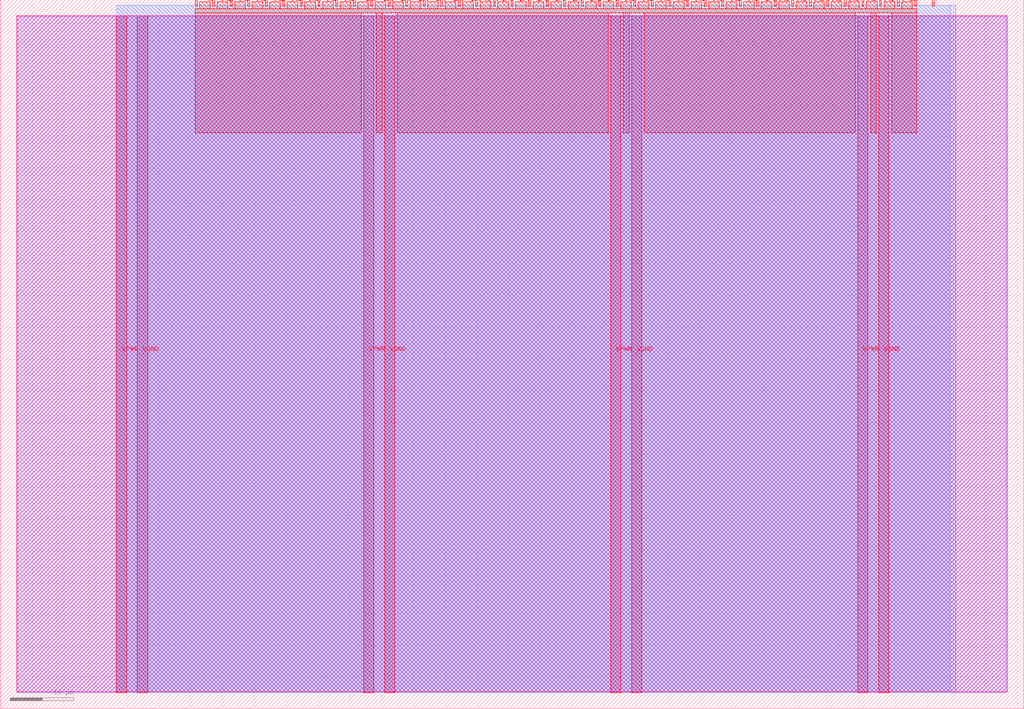
<source format=lef>
VERSION 5.7 ;
  NOWIREEXTENSIONATPIN ON ;
  DIVIDERCHAR "/" ;
  BUSBITCHARS "[]" ;
MACRO tt_um_huffman_coder
  CLASS BLOCK ;
  FOREIGN tt_um_huffman_coder ;
  ORIGIN 0.000 0.000 ;
  SIZE 161.000 BY 111.520 ;
  PIN VGND
    DIRECTION INOUT ;
    USE GROUND ;
    PORT
      LAYER met4 ;
        RECT 21.580 2.480 23.180 109.040 ;
    END
    PORT
      LAYER met4 ;
        RECT 60.450 2.480 62.050 109.040 ;
    END
    PORT
      LAYER met4 ;
        RECT 99.320 2.480 100.920 109.040 ;
    END
    PORT
      LAYER met4 ;
        RECT 138.190 2.480 139.790 109.040 ;
    END
  END VGND
  PIN VPWR
    DIRECTION INOUT ;
    USE POWER ;
    PORT
      LAYER met4 ;
        RECT 18.280 2.480 19.880 109.040 ;
    END
    PORT
      LAYER met4 ;
        RECT 57.150 2.480 58.750 109.040 ;
    END
    PORT
      LAYER met4 ;
        RECT 96.020 2.480 97.620 109.040 ;
    END
    PORT
      LAYER met4 ;
        RECT 134.890 2.480 136.490 109.040 ;
    END
  END VPWR
  PIN clk
    DIRECTION INPUT ;
    USE SIGNAL ;
    ANTENNAGATEAREA 0.852000 ;
    PORT
      LAYER met4 ;
        RECT 143.830 110.520 144.130 111.520 ;
    END
  END clk
  PIN ena
    DIRECTION INPUT ;
    USE SIGNAL ;
    PORT
      LAYER met4 ;
        RECT 146.590 110.520 146.890 111.520 ;
    END
  END ena
  PIN rst_n
    DIRECTION INPUT ;
    USE SIGNAL ;
    ANTENNAGATEAREA 0.196500 ;
    PORT
      LAYER met4 ;
        RECT 141.070 110.520 141.370 111.520 ;
    END
  END rst_n
  PIN ui_in[0]
    DIRECTION INPUT ;
    USE SIGNAL ;
    ANTENNAGATEAREA 0.196500 ;
    PORT
      LAYER met4 ;
        RECT 138.310 110.520 138.610 111.520 ;
    END
  END ui_in[0]
  PIN ui_in[1]
    DIRECTION INPUT ;
    USE SIGNAL ;
    ANTENNAGATEAREA 0.196500 ;
    PORT
      LAYER met4 ;
        RECT 135.550 110.520 135.850 111.520 ;
    END
  END ui_in[1]
  PIN ui_in[2]
    DIRECTION INPUT ;
    USE SIGNAL ;
    ANTENNAGATEAREA 0.196500 ;
    PORT
      LAYER met4 ;
        RECT 132.790 110.520 133.090 111.520 ;
    END
  END ui_in[2]
  PIN ui_in[3]
    DIRECTION INPUT ;
    USE SIGNAL ;
    ANTENNAGATEAREA 0.196500 ;
    PORT
      LAYER met4 ;
        RECT 130.030 110.520 130.330 111.520 ;
    END
  END ui_in[3]
  PIN ui_in[4]
    DIRECTION INPUT ;
    USE SIGNAL ;
    ANTENNAGATEAREA 0.196500 ;
    PORT
      LAYER met4 ;
        RECT 127.270 110.520 127.570 111.520 ;
    END
  END ui_in[4]
  PIN ui_in[5]
    DIRECTION INPUT ;
    USE SIGNAL ;
    ANTENNAGATEAREA 0.196500 ;
    PORT
      LAYER met4 ;
        RECT 124.510 110.520 124.810 111.520 ;
    END
  END ui_in[5]
  PIN ui_in[6]
    DIRECTION INPUT ;
    USE SIGNAL ;
    ANTENNAGATEAREA 0.196500 ;
    PORT
      LAYER met4 ;
        RECT 121.750 110.520 122.050 111.520 ;
    END
  END ui_in[6]
  PIN ui_in[7]
    DIRECTION INPUT ;
    USE SIGNAL ;
    ANTENNAGATEAREA 0.196500 ;
    PORT
      LAYER met4 ;
        RECT 118.990 110.520 119.290 111.520 ;
    END
  END ui_in[7]
  PIN uio_in[0]
    DIRECTION INPUT ;
    USE SIGNAL ;
    PORT
      LAYER met4 ;
        RECT 116.230 110.520 116.530 111.520 ;
    END
  END uio_in[0]
  PIN uio_in[1]
    DIRECTION INPUT ;
    USE SIGNAL ;
    PORT
      LAYER met4 ;
        RECT 113.470 110.520 113.770 111.520 ;
    END
  END uio_in[1]
  PIN uio_in[2]
    DIRECTION INPUT ;
    USE SIGNAL ;
    PORT
      LAYER met4 ;
        RECT 110.710 110.520 111.010 111.520 ;
    END
  END uio_in[2]
  PIN uio_in[3]
    DIRECTION INPUT ;
    USE SIGNAL ;
    PORT
      LAYER met4 ;
        RECT 107.950 110.520 108.250 111.520 ;
    END
  END uio_in[3]
  PIN uio_in[4]
    DIRECTION INPUT ;
    USE SIGNAL ;
    PORT
      LAYER met4 ;
        RECT 105.190 110.520 105.490 111.520 ;
    END
  END uio_in[4]
  PIN uio_in[5]
    DIRECTION INPUT ;
    USE SIGNAL ;
    PORT
      LAYER met4 ;
        RECT 102.430 110.520 102.730 111.520 ;
    END
  END uio_in[5]
  PIN uio_in[6]
    DIRECTION INPUT ;
    USE SIGNAL ;
    PORT
      LAYER met4 ;
        RECT 99.670 110.520 99.970 111.520 ;
    END
  END uio_in[6]
  PIN uio_in[7]
    DIRECTION INPUT ;
    USE SIGNAL ;
    PORT
      LAYER met4 ;
        RECT 96.910 110.520 97.210 111.520 ;
    END
  END uio_in[7]
  PIN uio_oe[0]
    DIRECTION OUTPUT ;
    USE SIGNAL ;
    PORT
      LAYER met4 ;
        RECT 49.990 110.520 50.290 111.520 ;
    END
  END uio_oe[0]
  PIN uio_oe[1]
    DIRECTION OUTPUT ;
    USE SIGNAL ;
    PORT
      LAYER met4 ;
        RECT 47.230 110.520 47.530 111.520 ;
    END
  END uio_oe[1]
  PIN uio_oe[2]
    DIRECTION OUTPUT ;
    USE SIGNAL ;
    PORT
      LAYER met4 ;
        RECT 44.470 110.520 44.770 111.520 ;
    END
  END uio_oe[2]
  PIN uio_oe[3]
    DIRECTION OUTPUT ;
    USE SIGNAL ;
    PORT
      LAYER met4 ;
        RECT 41.710 110.520 42.010 111.520 ;
    END
  END uio_oe[3]
  PIN uio_oe[4]
    DIRECTION OUTPUT ;
    USE SIGNAL ;
    PORT
      LAYER met4 ;
        RECT 38.950 110.520 39.250 111.520 ;
    END
  END uio_oe[4]
  PIN uio_oe[5]
    DIRECTION OUTPUT ;
    USE SIGNAL ;
    PORT
      LAYER met4 ;
        RECT 36.190 110.520 36.490 111.520 ;
    END
  END uio_oe[5]
  PIN uio_oe[6]
    DIRECTION OUTPUT ;
    USE SIGNAL ;
    PORT
      LAYER met4 ;
        RECT 33.430 110.520 33.730 111.520 ;
    END
  END uio_oe[6]
  PIN uio_oe[7]
    DIRECTION OUTPUT ;
    USE SIGNAL ;
    PORT
      LAYER met4 ;
        RECT 30.670 110.520 30.970 111.520 ;
    END
  END uio_oe[7]
  PIN uio_out[0]
    DIRECTION OUTPUT ;
    USE SIGNAL ;
    ANTENNAGATEAREA 0.247500 ;
    ANTENNADIFFAREA 0.891000 ;
    PORT
      LAYER met4 ;
        RECT 72.070 110.520 72.370 111.520 ;
    END
  END uio_out[0]
  PIN uio_out[1]
    DIRECTION OUTPUT ;
    USE SIGNAL ;
    ANTENNAGATEAREA 0.247500 ;
    ANTENNADIFFAREA 0.891000 ;
    PORT
      LAYER met4 ;
        RECT 69.310 110.520 69.610 111.520 ;
    END
  END uio_out[1]
  PIN uio_out[2]
    DIRECTION OUTPUT ;
    USE SIGNAL ;
    ANTENNADIFFAREA 0.795200 ;
    PORT
      LAYER met4 ;
        RECT 66.550 110.520 66.850 111.520 ;
    END
  END uio_out[2]
  PIN uio_out[3]
    DIRECTION OUTPUT ;
    USE SIGNAL ;
    ANTENNAGATEAREA 0.126000 ;
    ANTENNADIFFAREA 0.891000 ;
    PORT
      LAYER met4 ;
        RECT 63.790 110.520 64.090 111.520 ;
    END
  END uio_out[3]
  PIN uio_out[4]
    DIRECTION OUTPUT ;
    USE SIGNAL ;
    ANTENNAGATEAREA 0.247500 ;
    ANTENNADIFFAREA 0.891000 ;
    PORT
      LAYER met4 ;
        RECT 61.030 110.520 61.330 111.520 ;
    END
  END uio_out[4]
  PIN uio_out[5]
    DIRECTION OUTPUT ;
    USE SIGNAL ;
    ANTENNAGATEAREA 0.247500 ;
    ANTENNADIFFAREA 0.891000 ;
    PORT
      LAYER met4 ;
        RECT 58.270 110.520 58.570 111.520 ;
    END
  END uio_out[5]
  PIN uio_out[6]
    DIRECTION OUTPUT ;
    USE SIGNAL ;
    ANTENNAGATEAREA 0.406500 ;
    ANTENNADIFFAREA 0.891000 ;
    PORT
      LAYER met4 ;
        RECT 55.510 110.520 55.810 111.520 ;
    END
  END uio_out[6]
  PIN uio_out[7]
    DIRECTION OUTPUT ;
    USE SIGNAL ;
    PORT
      LAYER met4 ;
        RECT 52.750 110.520 53.050 111.520 ;
    END
  END uio_out[7]
  PIN uo_out[0]
    DIRECTION OUTPUT ;
    USE SIGNAL ;
    ANTENNAGATEAREA 0.247500 ;
    ANTENNADIFFAREA 0.891000 ;
    PORT
      LAYER met4 ;
        RECT 94.150 110.520 94.450 111.520 ;
    END
  END uo_out[0]
  PIN uo_out[1]
    DIRECTION OUTPUT ;
    USE SIGNAL ;
    ANTENNAGATEAREA 0.126000 ;
    ANTENNADIFFAREA 0.891000 ;
    PORT
      LAYER met4 ;
        RECT 91.390 110.520 91.690 111.520 ;
    END
  END uo_out[1]
  PIN uo_out[2]
    DIRECTION OUTPUT ;
    USE SIGNAL ;
    ANTENNAGATEAREA 0.247500 ;
    ANTENNADIFFAREA 0.891000 ;
    PORT
      LAYER met4 ;
        RECT 88.630 110.520 88.930 111.520 ;
    END
  END uo_out[2]
  PIN uo_out[3]
    DIRECTION OUTPUT ;
    USE SIGNAL ;
    ANTENNAGATEAREA 0.247500 ;
    ANTENNADIFFAREA 0.891000 ;
    PORT
      LAYER met4 ;
        RECT 85.870 110.520 86.170 111.520 ;
    END
  END uo_out[3]
  PIN uo_out[4]
    DIRECTION OUTPUT ;
    USE SIGNAL ;
    ANTENNAGATEAREA 0.247500 ;
    ANTENNADIFFAREA 0.891000 ;
    PORT
      LAYER met4 ;
        RECT 83.110 110.520 83.410 111.520 ;
    END
  END uo_out[4]
  PIN uo_out[5]
    DIRECTION OUTPUT ;
    USE SIGNAL ;
    ANTENNAGATEAREA 0.247500 ;
    ANTENNADIFFAREA 0.891000 ;
    PORT
      LAYER met4 ;
        RECT 80.350 110.520 80.650 111.520 ;
    END
  END uo_out[5]
  PIN uo_out[6]
    DIRECTION OUTPUT ;
    USE SIGNAL ;
    ANTENNAGATEAREA 0.247500 ;
    ANTENNADIFFAREA 0.891000 ;
    PORT
      LAYER met4 ;
        RECT 77.590 110.520 77.890 111.520 ;
    END
  END uo_out[6]
  PIN uo_out[7]
    DIRECTION OUTPUT ;
    USE SIGNAL ;
    ANTENNADIFFAREA 0.445500 ;
    PORT
      LAYER met4 ;
        RECT 74.830 110.520 75.130 111.520 ;
    END
  END uo_out[7]
  OBS
      LAYER nwell ;
        RECT 2.570 2.635 158.430 108.990 ;
      LAYER li1 ;
        RECT 2.760 2.635 158.240 108.885 ;
      LAYER met1 ;
        RECT 2.760 2.480 158.240 109.040 ;
      LAYER met2 ;
        RECT 18.310 2.535 150.320 110.685 ;
      LAYER met3 ;
        RECT 18.290 2.555 149.435 110.665 ;
      LAYER met4 ;
        RECT 31.370 110.120 33.030 111.170 ;
        RECT 34.130 110.120 35.790 111.170 ;
        RECT 36.890 110.120 38.550 111.170 ;
        RECT 39.650 110.120 41.310 111.170 ;
        RECT 42.410 110.120 44.070 111.170 ;
        RECT 45.170 110.120 46.830 111.170 ;
        RECT 47.930 110.120 49.590 111.170 ;
        RECT 50.690 110.120 52.350 111.170 ;
        RECT 53.450 110.120 55.110 111.170 ;
        RECT 56.210 110.120 57.870 111.170 ;
        RECT 58.970 110.120 60.630 111.170 ;
        RECT 61.730 110.120 63.390 111.170 ;
        RECT 64.490 110.120 66.150 111.170 ;
        RECT 67.250 110.120 68.910 111.170 ;
        RECT 70.010 110.120 71.670 111.170 ;
        RECT 72.770 110.120 74.430 111.170 ;
        RECT 75.530 110.120 77.190 111.170 ;
        RECT 78.290 110.120 79.950 111.170 ;
        RECT 81.050 110.120 82.710 111.170 ;
        RECT 83.810 110.120 85.470 111.170 ;
        RECT 86.570 110.120 88.230 111.170 ;
        RECT 89.330 110.120 90.990 111.170 ;
        RECT 92.090 110.120 93.750 111.170 ;
        RECT 94.850 110.120 96.510 111.170 ;
        RECT 97.610 110.120 99.270 111.170 ;
        RECT 100.370 110.120 102.030 111.170 ;
        RECT 103.130 110.120 104.790 111.170 ;
        RECT 105.890 110.120 107.550 111.170 ;
        RECT 108.650 110.120 110.310 111.170 ;
        RECT 111.410 110.120 113.070 111.170 ;
        RECT 114.170 110.120 115.830 111.170 ;
        RECT 116.930 110.120 118.590 111.170 ;
        RECT 119.690 110.120 121.350 111.170 ;
        RECT 122.450 110.120 124.110 111.170 ;
        RECT 125.210 110.120 126.870 111.170 ;
        RECT 127.970 110.120 129.630 111.170 ;
        RECT 130.730 110.120 132.390 111.170 ;
        RECT 133.490 110.120 135.150 111.170 ;
        RECT 136.250 110.120 137.910 111.170 ;
        RECT 139.010 110.120 140.670 111.170 ;
        RECT 141.770 110.120 143.430 111.170 ;
        RECT 30.655 109.440 144.145 110.120 ;
        RECT 30.655 90.615 56.750 109.440 ;
        RECT 59.150 90.615 60.050 109.440 ;
        RECT 62.450 90.615 95.620 109.440 ;
        RECT 98.020 90.615 98.920 109.440 ;
        RECT 101.320 90.615 134.490 109.440 ;
        RECT 136.890 90.615 137.790 109.440 ;
        RECT 140.190 90.615 144.145 109.440 ;
  END
END tt_um_huffman_coder
END LIBRARY


</source>
